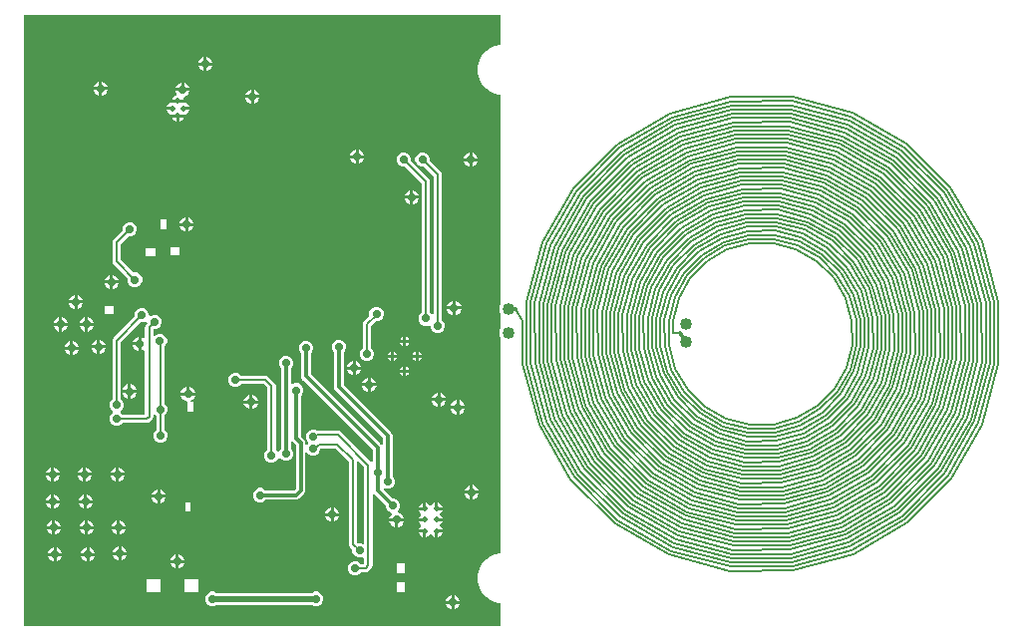
<source format=gbl>
G04*
G04 #@! TF.GenerationSoftware,Altium Limited,Altium Designer,23.7.1 (13)*
G04*
G04 Layer_Physical_Order=4*
G04 Layer_Color=16711680*
%FSLAX25Y25*%
%MOIN*%
G70*
G04*
G04 #@! TF.SameCoordinates,FE150CF2-D92F-4AEA-AE3F-07D5F2836877*
G04*
G04*
G04 #@! TF.FilePolarity,Positive*
G04*
G01*
G75*
%ADD66C,0.01181*%
%ADD67C,0.01181*%
%ADD68C,0.00787*%
%ADD71C,0.00799*%
%ADD72C,0.01400*%
%ADD74C,0.01968*%
%ADD75C,0.01968*%
%ADD76C,0.02756*%
%ADD77C,0.04000*%
G36*
X160843Y195724D02*
X160503D01*
X158903Y195406D01*
X157395Y194782D01*
X156039Y193875D01*
X154885Y192721D01*
X153978Y191365D01*
X153354Y189857D01*
X153035Y188257D01*
Y186625D01*
X153354Y185025D01*
X153978Y183517D01*
X154885Y182161D01*
X156039Y181007D01*
X157395Y180100D01*
X158903Y179476D01*
X160503Y179157D01*
X160843D01*
Y109211D01*
X160523Y108658D01*
X160319Y107895D01*
Y107105D01*
X160523Y106342D01*
X160843Y105789D01*
Y101211D01*
X160523Y100658D01*
X160319Y99895D01*
Y99105D01*
X160523Y98342D01*
X160843Y97789D01*
Y25725D01*
X160503D01*
X158903Y25406D01*
X157395Y24782D01*
X156039Y23875D01*
X154885Y22721D01*
X153978Y21365D01*
X153354Y19857D01*
X153035Y18257D01*
Y16625D01*
X153354Y15025D01*
X153978Y13517D01*
X154885Y12161D01*
X156039Y11007D01*
X157395Y10100D01*
X158903Y9476D01*
X160503Y9157D01*
X160843D01*
Y1606D01*
X1606D01*
Y205875D01*
X160843D01*
Y195724D01*
D02*
G37*
%LPC*%
G36*
X62551Y191733D02*
Y189866D01*
X64418D01*
X64067Y190713D01*
X63398Y191382D01*
X62551Y191733D01*
D02*
G37*
G36*
X61551D02*
X60704Y191382D01*
X60035Y190713D01*
X59684Y189866D01*
X61551D01*
Y191733D01*
D02*
G37*
G36*
X64418Y188866D02*
X62551D01*
Y186999D01*
X63398Y187350D01*
X64067Y188019D01*
X64418Y188866D01*
D02*
G37*
G36*
X61551D02*
X59684D01*
X60035Y188019D01*
X60704Y187350D01*
X61551Y186999D01*
Y188866D01*
D02*
G37*
G36*
X27492Y183631D02*
Y181764D01*
X29359D01*
X29008Y182611D01*
X28339Y183280D01*
X27492Y183631D01*
D02*
G37*
G36*
X26492D02*
X25645Y183280D01*
X24976Y182611D01*
X24625Y181764D01*
X26492D01*
Y183631D01*
D02*
G37*
G36*
X55055Y183197D02*
Y181331D01*
X56922D01*
X56571Y182178D01*
X55902Y182847D01*
X55055Y183197D01*
D02*
G37*
G36*
X54055D02*
X53208Y182847D01*
X52539Y182178D01*
X52188Y181331D01*
X54055D01*
Y183197D01*
D02*
G37*
G36*
X78307Y180890D02*
Y179024D01*
X80174D01*
X79823Y179871D01*
X79154Y180540D01*
X78307Y180890D01*
D02*
G37*
G36*
X77307D02*
X76460Y180540D01*
X75791Y179871D01*
X75440Y179024D01*
X77307D01*
Y180890D01*
D02*
G37*
G36*
X29359Y180764D02*
X27492D01*
Y178897D01*
X28339Y179248D01*
X29008Y179917D01*
X29359Y180764D01*
D02*
G37*
G36*
X26492D02*
X24625D01*
X24976Y179917D01*
X25645Y179248D01*
X26492Y178897D01*
Y180764D01*
D02*
G37*
G36*
X56922Y180331D02*
X52188D01*
X52525Y179519D01*
X52528Y179449D01*
X52364Y178952D01*
X51817Y178726D01*
X51259Y178167D01*
X51000Y177543D01*
X52941D01*
X54882D01*
X54712Y177953D01*
X54991Y178453D01*
X55028D01*
X55902Y178815D01*
X56571Y179484D01*
X56922Y180331D01*
D02*
G37*
G36*
X80174Y178024D02*
X78307D01*
Y176157D01*
X79154Y176508D01*
X79823Y177177D01*
X80174Y178024D01*
D02*
G37*
G36*
X77307D02*
X75440D01*
X75791Y177177D01*
X76460Y176508D01*
X77307Y176157D01*
Y178024D01*
D02*
G37*
G36*
X55361Y176543D02*
X52941D01*
X50521D01*
X49848Y176265D01*
X49290Y175707D01*
X49032Y175083D01*
X50972D01*
Y174083D01*
X49032D01*
X49290Y173459D01*
X49848Y172900D01*
X50521Y172622D01*
X52941D01*
X55361D01*
X56033Y172900D01*
X56592Y173459D01*
X56850Y174083D01*
X54909D01*
Y175083D01*
X56850D01*
X56592Y175707D01*
X56033Y176265D01*
X55361Y176543D01*
D02*
G37*
G36*
X54882Y171622D02*
X53441D01*
Y170181D01*
X54065Y170440D01*
X54623Y170998D01*
X54882Y171622D01*
D02*
G37*
G36*
X52441D02*
X51000D01*
X51259Y170998D01*
X51817Y170440D01*
X52441Y170181D01*
Y171622D01*
D02*
G37*
G36*
X113339Y160764D02*
Y158898D01*
X115205D01*
X114855Y159745D01*
X114186Y160414D01*
X113339Y160764D01*
D02*
G37*
G36*
X112339D02*
X111492Y160414D01*
X110823Y159745D01*
X110472Y158898D01*
X112339D01*
Y160764D01*
D02*
G37*
G36*
X151287Y159847D02*
Y157980D01*
X153154D01*
X152803Y158827D01*
X152134Y159496D01*
X151287Y159847D01*
D02*
G37*
G36*
X150287D02*
X149440Y159496D01*
X148772Y158827D01*
X148421Y157980D01*
X150287D01*
Y159847D01*
D02*
G37*
G36*
X115205Y157898D02*
X113339D01*
Y156031D01*
X114186Y156382D01*
X114855Y157051D01*
X115205Y157898D01*
D02*
G37*
G36*
X112339D02*
X110472D01*
X110823Y157051D01*
X111492Y156382D01*
X112339Y156031D01*
Y157898D01*
D02*
G37*
G36*
X153154Y156980D02*
X151287D01*
Y155113D01*
X152134Y155464D01*
X152803Y156133D01*
X153154Y156980D01*
D02*
G37*
G36*
X150287D02*
X148421D01*
X148772Y156133D01*
X149440Y155464D01*
X150287Y155113D01*
Y156980D01*
D02*
G37*
G36*
X131618Y147249D02*
Y145382D01*
X133485D01*
X133134Y146229D01*
X132465Y146898D01*
X131618Y147249D01*
D02*
G37*
G36*
X130618D02*
X129771Y146898D01*
X129102Y146229D01*
X128751Y145382D01*
X130618D01*
Y147249D01*
D02*
G37*
G36*
X133485Y144382D02*
X131618D01*
Y142515D01*
X132465Y142866D01*
X133134Y143535D01*
X133485Y144382D01*
D02*
G37*
G36*
X130618D02*
X128751D01*
X129102Y143535D01*
X129771Y142866D01*
X130618Y142515D01*
Y144382D01*
D02*
G37*
G36*
X56406Y138194D02*
Y136327D01*
X58272D01*
X57921Y137174D01*
X57253Y137843D01*
X56406Y138194D01*
D02*
G37*
G36*
X55405D02*
X54558Y137843D01*
X53890Y137174D01*
X53539Y136327D01*
X55405D01*
Y138194D01*
D02*
G37*
G36*
X48981Y137427D02*
X47082D01*
Y134227D01*
X48981D01*
Y137427D01*
D02*
G37*
G36*
X58272Y135327D02*
X56406D01*
Y133460D01*
X57253Y133811D01*
X57921Y134480D01*
X58272Y135327D01*
D02*
G37*
G36*
X55405D02*
X53539D01*
X53890Y134480D01*
X54558Y133811D01*
X55405Y133460D01*
Y135327D01*
D02*
G37*
G36*
X53525Y128055D02*
X50325D01*
Y125355D01*
X53525D01*
Y128055D01*
D02*
G37*
G36*
X45328Y127921D02*
X42128D01*
Y125221D01*
X45328D01*
Y127921D01*
D02*
G37*
G36*
X31209Y118902D02*
Y117035D01*
X33075D01*
X32725Y117882D01*
X32056Y118551D01*
X31209Y118902D01*
D02*
G37*
G36*
X30209D02*
X29362Y118551D01*
X28693Y117882D01*
X28342Y117035D01*
X30209D01*
Y118902D01*
D02*
G37*
G36*
X37355Y136614D02*
X36409D01*
X35535Y136252D01*
X34866Y135583D01*
X34504Y134709D01*
Y133868D01*
X31397Y130761D01*
X31089Y130300D01*
X30981Y129756D01*
Y123504D01*
X31089Y122960D01*
X31397Y122499D01*
X36205Y117691D01*
Y116850D01*
X36567Y115976D01*
X37236Y115307D01*
X38110Y114945D01*
X39056D01*
X39930Y115307D01*
X40599Y115976D01*
X40961Y116850D01*
Y117796D01*
X40599Y118670D01*
X39930Y119339D01*
X39056Y119701D01*
X38214D01*
X33823Y124092D01*
Y129167D01*
X36514Y131858D01*
X37355D01*
X38229Y132220D01*
X38898Y132889D01*
X39260Y133763D01*
Y134709D01*
X38898Y135583D01*
X38229Y136252D01*
X37355Y136614D01*
D02*
G37*
G36*
X33075Y116035D02*
X31209D01*
Y114169D01*
X32056Y114520D01*
X32725Y115188D01*
X33075Y116035D01*
D02*
G37*
G36*
X30209D02*
X28342D01*
X28693Y115188D01*
X29362Y114520D01*
X30209Y114169D01*
Y116035D01*
D02*
G37*
G36*
X19398Y112209D02*
Y110343D01*
X21264D01*
X20914Y111189D01*
X20245Y111858D01*
X19398Y112209D01*
D02*
G37*
G36*
X18398D02*
X17551Y111858D01*
X16882Y111189D01*
X16531Y110343D01*
X18398D01*
Y112209D01*
D02*
G37*
G36*
X145776Y110241D02*
Y108374D01*
X147642D01*
X147292Y109221D01*
X146623Y109890D01*
X145776Y110241D01*
D02*
G37*
G36*
X144776D02*
X143929Y109890D01*
X143260Y109221D01*
X142909Y108374D01*
X144776D01*
Y110241D01*
D02*
G37*
G36*
X21264Y109343D02*
X19398D01*
Y107476D01*
X20245Y107827D01*
X20914Y108495D01*
X21264Y109343D01*
D02*
G37*
G36*
X18398D02*
X16531D01*
X16882Y108495D01*
X17551Y107827D01*
X18398Y107476D01*
Y109343D01*
D02*
G37*
G36*
X31521Y108437D02*
X28321D01*
Y105737D01*
X31521D01*
Y108437D01*
D02*
G37*
G36*
X135119Y159858D02*
X134173D01*
X133299Y159496D01*
X132630Y158827D01*
X132268Y157953D01*
Y157007D01*
X132630Y156133D01*
X133299Y155464D01*
X134173Y155102D01*
X135014D01*
X138343Y151774D01*
Y105777D01*
X137843Y105677D01*
X137843Y105678D01*
X137248Y106273D01*
Y150000D01*
X137140Y150544D01*
X136832Y151005D01*
X130724Y157112D01*
Y157953D01*
X130362Y158827D01*
X129693Y159496D01*
X128820Y159858D01*
X127874D01*
X126999Y159496D01*
X126330Y158827D01*
X125969Y157953D01*
Y157007D01*
X126330Y156133D01*
X126999Y155464D01*
X127874Y155102D01*
X128715D01*
X134406Y149411D01*
Y106273D01*
X133811Y105678D01*
X133449Y104804D01*
Y103858D01*
X133811Y102984D01*
X134480Y102315D01*
X135354Y101953D01*
X136300D01*
X136886Y102196D01*
X137386Y101874D01*
Y101496D01*
X137748Y100621D01*
X138417Y99953D01*
X139291Y99590D01*
X140237D01*
X141111Y99953D01*
X141780Y100621D01*
X142142Y101496D01*
Y102442D01*
X141780Y103315D01*
X141185Y103910D01*
Y152362D01*
X141077Y152906D01*
X140769Y153367D01*
X137024Y157112D01*
Y157953D01*
X136662Y158827D01*
X135993Y159496D01*
X135119Y159858D01*
D02*
G37*
G36*
X147642Y107374D02*
X145776D01*
Y105507D01*
X146623Y105858D01*
X147292Y106527D01*
X147642Y107374D01*
D02*
G37*
G36*
X144776D02*
X142909D01*
X143260Y106527D01*
X143929Y105858D01*
X144776Y105507D01*
Y107374D01*
D02*
G37*
G36*
X22941Y104729D02*
Y102862D01*
X24808D01*
X24457Y103709D01*
X23788Y104378D01*
X22941Y104729D01*
D02*
G37*
G36*
X21941D02*
X21094Y104378D01*
X20425Y103709D01*
X20074Y102862D01*
X21941D01*
Y104729D01*
D02*
G37*
G36*
X14279D02*
Y102862D01*
X16146D01*
X15796Y103709D01*
X15126Y104378D01*
X14279Y104729D01*
D02*
G37*
G36*
X13280D02*
X12432Y104378D01*
X11764Y103709D01*
X11413Y102862D01*
X13280D01*
Y104729D01*
D02*
G37*
G36*
X24808Y101862D02*
X22941D01*
Y99995D01*
X23788Y100346D01*
X24457Y101015D01*
X24808Y101862D01*
D02*
G37*
G36*
X21941D02*
X20074D01*
X20425Y101015D01*
X21094Y100346D01*
X21941Y99995D01*
Y101862D01*
D02*
G37*
G36*
X16146D02*
X14279D01*
Y99995D01*
X15126Y100346D01*
X15796Y101015D01*
X16146Y101862D01*
D02*
G37*
G36*
X13280D02*
X11413D01*
X11764Y101015D01*
X12432Y100346D01*
X13280Y99995D01*
Y101862D01*
D02*
G37*
G36*
X129240Y98168D02*
Y97154D01*
X130255D01*
X130089Y97554D01*
X129641Y98002D01*
X129240Y98168D01*
D02*
G37*
G36*
X128240D02*
X127839Y98002D01*
X127392Y97554D01*
X127226Y97154D01*
X128240D01*
Y98168D01*
D02*
G37*
G36*
X26878Y97249D02*
Y95382D01*
X28745D01*
X28394Y96229D01*
X27725Y96898D01*
X26878Y97249D01*
D02*
G37*
G36*
X25878D02*
X25031Y96898D01*
X24362Y96229D01*
X24011Y95382D01*
X25878D01*
Y97249D01*
D02*
G37*
G36*
X130255Y96153D02*
X129240D01*
Y95139D01*
X129641Y95305D01*
X130089Y95753D01*
X130255Y96153D01*
D02*
G37*
G36*
X128240D02*
X127226D01*
X127392Y95753D01*
X127839Y95305D01*
X128240Y95139D01*
Y96153D01*
D02*
G37*
G36*
X17823Y96855D02*
Y94988D01*
X19690D01*
X19339Y95835D01*
X18670Y96504D01*
X17823Y96855D01*
D02*
G37*
G36*
X16823D02*
X15976Y96504D01*
X15307Y95835D01*
X14956Y94988D01*
X16823D01*
Y96855D01*
D02*
G37*
G36*
X28745Y94382D02*
X26878D01*
Y92515D01*
X27725Y92866D01*
X28394Y93535D01*
X28745Y94382D01*
D02*
G37*
G36*
X25878D02*
X24011D01*
X24362Y93535D01*
X25031Y92866D01*
X25878Y92515D01*
Y94382D01*
D02*
G37*
G36*
X133349Y93281D02*
Y92266D01*
X134363D01*
X134197Y92668D01*
X133750Y93115D01*
X133349Y93281D01*
D02*
G37*
G36*
X132349D02*
X131948Y93115D01*
X131500Y92668D01*
X131334Y92266D01*
X132349D01*
Y93281D01*
D02*
G37*
G36*
X125106Y93247D02*
Y92232D01*
X126121D01*
X125955Y92633D01*
X125507Y93081D01*
X125106Y93247D01*
D02*
G37*
G36*
X124106D02*
X123705Y93081D01*
X123258Y92633D01*
X123092Y92232D01*
X124106D01*
Y93247D01*
D02*
G37*
G36*
X19690Y93988D02*
X17823D01*
Y92121D01*
X18670Y92472D01*
X19339Y93141D01*
X19690Y93988D01*
D02*
G37*
G36*
X16823D02*
X14956D01*
X15307Y93141D01*
X15976Y92472D01*
X16823Y92121D01*
Y93988D01*
D02*
G37*
G36*
X134363Y91267D02*
X133349D01*
Y90252D01*
X133750Y90418D01*
X134197Y90865D01*
X134363Y91267D01*
D02*
G37*
G36*
X132349D02*
X131334D01*
X131500Y90865D01*
X131948Y90418D01*
X132349Y90252D01*
Y91267D01*
D02*
G37*
G36*
X126121Y91232D02*
X125106D01*
Y90218D01*
X125507Y90384D01*
X125955Y90831D01*
X126121Y91232D01*
D02*
G37*
G36*
X124106D02*
X123092D01*
X123258Y90831D01*
X123705Y90384D01*
X124106Y90218D01*
Y91232D01*
D02*
G37*
G36*
X119764Y108283D02*
X118818D01*
X117944Y107921D01*
X117275Y107253D01*
X116913Y106378D01*
Y105432D01*
X116998Y105228D01*
X115137Y103367D01*
X114829Y102906D01*
X114721Y102362D01*
Y94462D01*
X114126Y93867D01*
X113764Y92993D01*
Y92047D01*
X114126Y91173D01*
X114795Y90504D01*
X115669Y90142D01*
X116615D01*
X117489Y90504D01*
X118158Y91173D01*
X118520Y92047D01*
Y92993D01*
X118158Y93867D01*
X117563Y94462D01*
Y101774D01*
X119317Y103528D01*
X119764D01*
X120638Y103890D01*
X121307Y104559D01*
X121669Y105432D01*
Y106378D01*
X121307Y107253D01*
X120638Y107921D01*
X119764Y108283D01*
D02*
G37*
G36*
X112311Y90162D02*
Y88295D01*
X114178D01*
X113827Y89142D01*
X113158Y89811D01*
X112311Y90162D01*
D02*
G37*
G36*
X111311D02*
X110464Y89811D01*
X109795Y89142D01*
X109444Y88295D01*
X111311D01*
Y90162D01*
D02*
G37*
G36*
X129240Y88326D02*
Y87311D01*
X130255D01*
X130089Y87712D01*
X129641Y88159D01*
X129240Y88326D01*
D02*
G37*
G36*
X128240D02*
X127839Y88159D01*
X127392Y87712D01*
X127226Y87311D01*
X128240D01*
Y88326D01*
D02*
G37*
G36*
X114178Y87295D02*
X112311D01*
Y85429D01*
X113158Y85779D01*
X113827Y86448D01*
X114178Y87295D01*
D02*
G37*
G36*
X111311D02*
X109444D01*
X109795Y86448D01*
X110464Y85779D01*
X111311Y85429D01*
Y87295D01*
D02*
G37*
G36*
X130255Y86311D02*
X129240D01*
Y85296D01*
X129641Y85463D01*
X130089Y85910D01*
X130255Y86311D01*
D02*
G37*
G36*
X128240D02*
X127226D01*
X127392Y85910D01*
X127839Y85463D01*
X128240Y85296D01*
Y86311D01*
D02*
G37*
G36*
X117429Y84650D02*
Y82784D01*
X119296D01*
X118945Y83631D01*
X118276Y84299D01*
X117429Y84650D01*
D02*
G37*
G36*
X116429D02*
X115582Y84299D01*
X114913Y83631D01*
X114562Y82784D01*
X116429D01*
Y84650D01*
D02*
G37*
G36*
X119296Y81783D02*
X117429D01*
Y79917D01*
X118276Y80268D01*
X118945Y80936D01*
X119296Y81783D01*
D02*
G37*
G36*
X116429D02*
X114562D01*
X114913Y80936D01*
X115582Y80268D01*
X116429Y79917D01*
Y81783D01*
D02*
G37*
G36*
X56799Y81501D02*
Y79634D01*
X58666D01*
X58315Y80481D01*
X57646Y81150D01*
X56799Y81501D01*
D02*
G37*
G36*
X55799D02*
X54952Y81150D01*
X54283Y80481D01*
X53932Y79634D01*
X55799D01*
Y81501D01*
D02*
G37*
G36*
X140657Y79532D02*
Y77665D01*
X142524D01*
X142173Y78512D01*
X141505Y79181D01*
X140657Y79532D01*
D02*
G37*
G36*
X139657D02*
X138811Y79181D01*
X138142Y78512D01*
X137791Y77665D01*
X139657D01*
Y79532D01*
D02*
G37*
G36*
X77819Y78745D02*
Y76878D01*
X79686D01*
X79335Y77725D01*
X78666Y78394D01*
X77819Y78745D01*
D02*
G37*
G36*
X76819D02*
X75972Y78394D01*
X75303Y77725D01*
X74952Y76878D01*
X76819D01*
Y78745D01*
D02*
G37*
G36*
X147039Y77016D02*
Y75150D01*
X148906D01*
X148555Y75997D01*
X147886Y76666D01*
X147039Y77016D01*
D02*
G37*
G36*
X146039D02*
X145192Y76666D01*
X144523Y75997D01*
X144173Y75150D01*
X146039D01*
Y77016D01*
D02*
G37*
G36*
X142524Y76665D02*
X140657D01*
Y74799D01*
X141505Y75149D01*
X142173Y75818D01*
X142524Y76665D01*
D02*
G37*
G36*
X139657D02*
X137791D01*
X138142Y75818D01*
X138811Y75149D01*
X139657Y74799D01*
Y76665D01*
D02*
G37*
G36*
X79686Y75878D02*
X77819D01*
Y74011D01*
X78666Y74362D01*
X79335Y75031D01*
X79686Y75878D01*
D02*
G37*
G36*
X76819D02*
X74952D01*
X75303Y75031D01*
X75972Y74362D01*
X76819Y74011D01*
Y75878D01*
D02*
G37*
G36*
X58666Y78634D02*
X53932D01*
X54283Y77787D01*
X54952Y77118D01*
X55826Y76756D01*
X56137Y76403D01*
X56137Y76256D01*
Y73203D01*
X58037D01*
Y76403D01*
X57227D01*
X57128Y76903D01*
X57646Y77118D01*
X58315Y77787D01*
X58666Y78634D01*
D02*
G37*
G36*
X148906Y74150D02*
X147039D01*
Y72283D01*
X147886Y72634D01*
X148555Y73303D01*
X148906Y74150D01*
D02*
G37*
G36*
X146039D02*
X144173D01*
X144523Y73303D01*
X145192Y72634D01*
X146039Y72283D01*
Y74150D01*
D02*
G37*
G36*
X41351Y107776D02*
X40405D01*
X39531Y107414D01*
X38862Y106745D01*
X38500Y105871D01*
Y105029D01*
X31369Y97899D01*
X31061Y97438D01*
X30953Y96894D01*
Y77351D01*
X30358Y76756D01*
X29996Y75882D01*
Y74936D01*
X30358Y74063D01*
X31027Y73393D01*
X31200Y73322D01*
Y72822D01*
X31145Y72799D01*
X30476Y72131D01*
X30114Y71257D01*
Y70310D01*
X30476Y69437D01*
X31145Y68767D01*
X32019Y68405D01*
X32965D01*
X33839Y68767D01*
X34434Y69362D01*
X42587D01*
X43130Y69471D01*
X43591Y69779D01*
X44296Y70483D01*
X44604Y70944D01*
X44712Y71488D01*
Y72240D01*
X45212Y72429D01*
X45737Y71904D01*
Y67178D01*
X45204Y66646D01*
X44842Y65772D01*
Y64826D01*
X45204Y63952D01*
X45873Y63283D01*
X46747Y62921D01*
X47693D01*
X48568Y63283D01*
X49236Y63952D01*
X49598Y64826D01*
Y65772D01*
X49236Y66646D01*
X48579Y67304D01*
Y72031D01*
X49110Y72562D01*
X49472Y73436D01*
Y74382D01*
X49110Y75256D01*
X48441Y75925D01*
X48425Y75932D01*
Y95082D01*
X48929Y95586D01*
X49291Y96460D01*
Y97406D01*
X48929Y98280D01*
X48260Y98949D01*
X47386Y99311D01*
X46440D01*
X45566Y98949D01*
X45212Y98595D01*
X44712Y98802D01*
Y100813D01*
X44781Y100882D01*
X45623D01*
X46497Y101244D01*
X47166Y101913D01*
X47528Y102787D01*
Y103733D01*
X47166Y104607D01*
X46497Y105276D01*
X45623Y105638D01*
X44677D01*
X43803Y105276D01*
X43756Y105229D01*
X43256Y105436D01*
Y105871D01*
X42894Y106745D01*
X42225Y107414D01*
X41351Y107776D01*
D02*
G37*
G36*
X107166Y97260D02*
X106220D01*
X105346Y96898D01*
X104677Y96229D01*
X104315Y95355D01*
Y94409D01*
X104677Y93535D01*
X105071Y93141D01*
Y81429D01*
X105195Y80809D01*
X105546Y80282D01*
X121382Y64446D01*
Y62247D01*
X120882Y62095D01*
X120832Y62170D01*
X97291Y85711D01*
Y92747D01*
X97685Y93141D01*
X98047Y94015D01*
Y94961D01*
X97685Y95835D01*
X97016Y96504D01*
X96142Y96866D01*
X95196D01*
X94322Y96504D01*
X93653Y95835D01*
X93291Y94961D01*
Y94015D01*
X93653Y93141D01*
X94048Y92747D01*
Y85039D01*
X94171Y84419D01*
X94523Y83893D01*
X118063Y60352D01*
Y56529D01*
X117683Y56372D01*
X117563Y56363D01*
X107490Y66436D01*
X107029Y66744D01*
X106486Y66852D01*
X99419D01*
X98682Y67158D01*
X97736D01*
X96862Y66795D01*
X96193Y66127D01*
X95831Y65253D01*
Y64306D01*
X96193Y63433D01*
X96411Y63214D01*
X96411Y62576D01*
X96034Y62211D01*
X96023Y62211D01*
X95610Y62330D01*
Y62694D01*
X95486Y63315D01*
X95135Y63841D01*
X94141Y64835D01*
Y78574D01*
X94536Y78968D01*
X94898Y79842D01*
Y80788D01*
X94536Y81662D01*
X93867Y82331D01*
X92993Y82693D01*
X92047D01*
X91173Y82331D01*
X91103Y82262D01*
X90641Y82453D01*
Y87641D01*
X91083Y88082D01*
X91445Y88956D01*
Y89902D01*
X91083Y90776D01*
X90414Y91445D01*
X89540Y91807D01*
X88594D01*
X87720Y91445D01*
X87051Y90776D01*
X86689Y89902D01*
Y88956D01*
X87051Y88082D01*
X87398Y87735D01*
Y60891D01*
X86957Y60449D01*
X86744Y59937D01*
X86605Y59882D01*
X86172Y59861D01*
X85685Y60347D01*
Y81894D01*
X85577Y82437D01*
X85269Y82898D01*
X83253Y84914D01*
X82792Y85222D01*
X82248Y85330D01*
X74095D01*
X73501Y85925D01*
X72627Y86287D01*
X71680D01*
X70806Y85925D01*
X70138Y85256D01*
X69776Y84382D01*
Y83437D01*
X70138Y82563D01*
X70806Y81893D01*
X71680Y81532D01*
X72627D01*
X73501Y81893D01*
X74095Y82489D01*
X81659D01*
X82843Y81305D01*
Y60347D01*
X82248Y59753D01*
X81886Y58878D01*
Y57933D01*
X82248Y57059D01*
X82917Y56390D01*
X83791Y56028D01*
X84737D01*
X85611Y56390D01*
X86280Y57059D01*
X86492Y57571D01*
X86631Y57626D01*
X87065Y57647D01*
X87625Y57086D01*
X88499Y56724D01*
X89445D01*
X90319Y57086D01*
X90988Y57755D01*
X91350Y58629D01*
Y59575D01*
X90988Y60449D01*
X90641Y60796D01*
Y63211D01*
X91141Y63363D01*
X91373Y63016D01*
X92366Y62023D01*
Y47640D01*
X91647Y46921D01*
X82131D01*
X81737Y47315D01*
X80863Y47677D01*
X79917D01*
X79043Y47315D01*
X78374Y46646D01*
X78012Y45772D01*
Y44826D01*
X78374Y43952D01*
X79043Y43283D01*
X79917Y42921D01*
X80863D01*
X81737Y43283D01*
X82131Y43677D01*
X92319D01*
X92940Y43801D01*
X93466Y44153D01*
X95135Y45822D01*
X95486Y46348D01*
X95610Y46968D01*
Y59358D01*
X96023Y59476D01*
X96110Y59480D01*
X96763Y58828D01*
X97636Y58466D01*
X98583D01*
X99457Y58828D01*
X100125Y59497D01*
X100487Y60371D01*
Y60679D01*
X100666Y60859D01*
X105636D01*
X110016Y56478D01*
Y28988D01*
X110124Y28444D01*
X110432Y27983D01*
X111256Y27160D01*
Y26318D01*
X111618Y25444D01*
X112287Y24775D01*
X113161Y24413D01*
X114107D01*
X114666Y24645D01*
X115166Y24311D01*
Y22417D01*
X115035Y22287D01*
X114147D01*
X113552Y22882D01*
X112678Y23244D01*
X111732D01*
X110858Y22882D01*
X110189Y22213D01*
X109827Y21339D01*
Y20393D01*
X110189Y19519D01*
X110858Y18850D01*
X111732Y18488D01*
X112678D01*
X113552Y18850D01*
X114147Y19445D01*
X115624D01*
X116168Y19553D01*
X116629Y19861D01*
X117591Y20824D01*
X117899Y21285D01*
X118008Y21829D01*
Y45598D01*
X118508Y45750D01*
X118538Y45704D01*
X122425Y41817D01*
Y41259D01*
X122787Y40385D01*
X123456Y39716D01*
X124281Y39375D01*
X124387Y39147D01*
X124468Y38854D01*
X123968Y38355D01*
X123617Y37508D01*
X128351D01*
X128000Y38355D01*
X127331Y39024D01*
X126506Y39366D01*
X126400Y39593D01*
X126320Y39886D01*
X126819Y40385D01*
X127181Y41259D01*
Y42205D01*
X126819Y43079D01*
X126150Y43748D01*
X125276Y44110D01*
X124719D01*
X121600Y47228D01*
X121884Y47652D01*
X122527Y47386D01*
X123473D01*
X124347Y47748D01*
X125016Y48417D01*
X125378Y49291D01*
Y50237D01*
X125016Y51111D01*
X124626Y51501D01*
Y65118D01*
X124502Y65739D01*
X124151Y66265D01*
X108315Y82101D01*
Y93141D01*
X108709Y93535D01*
X109071Y94409D01*
Y95355D01*
X108709Y96229D01*
X108040Y96898D01*
X107166Y97260D01*
D02*
G37*
G36*
X33177Y54569D02*
Y52702D01*
X35044D01*
X34693Y53549D01*
X34024Y54218D01*
X33177Y54569D01*
D02*
G37*
G36*
X32177D02*
X31330Y54218D01*
X30661Y53549D01*
X30310Y52702D01*
X32177D01*
Y54569D01*
D02*
G37*
G36*
X22153D02*
Y52702D01*
X24020D01*
X23670Y53549D01*
X23000Y54218D01*
X22153Y54569D01*
D02*
G37*
G36*
X21154D02*
X20306Y54218D01*
X19638Y53549D01*
X19287Y52702D01*
X21154D01*
Y54569D01*
D02*
G37*
G36*
X11524D02*
Y52702D01*
X13390D01*
X13039Y53549D01*
X12371Y54218D01*
X11524Y54569D01*
D02*
G37*
G36*
X10524D02*
X9677Y54218D01*
X9008Y53549D01*
X8657Y52702D01*
X10524D01*
Y54569D01*
D02*
G37*
G36*
X35044Y51702D02*
X33177D01*
Y49835D01*
X34024Y50186D01*
X34693Y50855D01*
X35044Y51702D01*
D02*
G37*
G36*
X32177D02*
X30310D01*
X30661Y50855D01*
X31330Y50186D01*
X32177Y49835D01*
Y51702D01*
D02*
G37*
G36*
X24020D02*
X22153D01*
Y49835D01*
X23000Y50186D01*
X23670Y50855D01*
X24020Y51702D01*
D02*
G37*
G36*
X21154D02*
X19287D01*
X19638Y50855D01*
X20306Y50186D01*
X21154Y49835D01*
Y51702D01*
D02*
G37*
G36*
X13390D02*
X11524D01*
Y49835D01*
X12371Y50186D01*
X13039Y50855D01*
X13390Y51702D01*
D02*
G37*
G36*
X10524D02*
X8657D01*
X9008Y50855D01*
X9677Y50186D01*
X10524Y49835D01*
Y51702D01*
D02*
G37*
G36*
X151610Y48670D02*
Y46803D01*
X153477D01*
X153126Y47650D01*
X152457Y48319D01*
X151610Y48670D01*
D02*
G37*
G36*
X150610D02*
X149763Y48319D01*
X149094Y47650D01*
X148743Y46803D01*
X150610D01*
Y48670D01*
D02*
G37*
G36*
X46957Y47249D02*
Y45382D01*
X48823D01*
X48473Y46229D01*
X47804Y46898D01*
X46957Y47249D01*
D02*
G37*
G36*
X45957D02*
X45110Y46898D01*
X44441Y46229D01*
X44090Y45382D01*
X45957D01*
Y47249D01*
D02*
G37*
G36*
X153477Y45803D02*
X151610D01*
Y43936D01*
X152457Y44287D01*
X153126Y44956D01*
X153477Y45803D01*
D02*
G37*
G36*
X150610D02*
X148743D01*
X149094Y44956D01*
X149763Y44287D01*
X150610Y43936D01*
Y45803D01*
D02*
G37*
G36*
X22547Y45514D02*
Y43647D01*
X24414D01*
X24063Y44494D01*
X23394Y45163D01*
X22547Y45514D01*
D02*
G37*
G36*
X21547D02*
X20700Y45163D01*
X20031Y44494D01*
X19681Y43647D01*
X21547D01*
Y45514D01*
D02*
G37*
G36*
X11524D02*
Y43647D01*
X13390D01*
X13039Y44494D01*
X12371Y45163D01*
X11524Y45514D01*
D02*
G37*
G36*
X10524D02*
X9677Y45163D01*
X9008Y44494D01*
X8657Y43647D01*
X10524D01*
Y45514D01*
D02*
G37*
G36*
X48823Y44382D02*
X46957D01*
Y42515D01*
X47804Y42866D01*
X48473Y43535D01*
X48823Y44382D01*
D02*
G37*
G36*
X45957D02*
X44090D01*
X44441Y43535D01*
X45110Y42866D01*
X45957Y42515D01*
Y44382D01*
D02*
G37*
G36*
X138870Y42689D02*
X138246Y42430D01*
X137688Y41872D01*
X137652Y41784D01*
X137152D01*
X137115Y41872D01*
X136557Y42430D01*
X135933Y42689D01*
Y40748D01*
X135433D01*
Y40248D01*
X133492D01*
X133751Y39624D01*
X134192Y39183D01*
X134265Y38878D01*
X134192Y38573D01*
X133751Y38132D01*
X133492Y37508D01*
X135433D01*
Y36508D01*
X133492D01*
X133751Y35884D01*
X134192Y35443D01*
X134265Y35138D01*
X134192Y34833D01*
X133751Y34392D01*
X133492Y33768D01*
X135433D01*
Y33268D01*
X135933D01*
Y31327D01*
X136557Y31586D01*
X137115Y32144D01*
X137152Y32232D01*
X137652D01*
X137688Y32144D01*
X138246Y31586D01*
X138870Y31327D01*
Y33268D01*
X139370D01*
Y33768D01*
X141311D01*
X141052Y34392D01*
X140611Y34833D01*
X140539Y35138D01*
X140611Y35443D01*
X141052Y35884D01*
X141311Y36508D01*
X139370D01*
Y37508D01*
X141311D01*
X141052Y38132D01*
X140611Y38573D01*
X140539Y38878D01*
X140611Y39183D01*
X141052Y39624D01*
X141311Y40248D01*
X139370D01*
Y40748D01*
X138870D01*
Y42689D01*
D02*
G37*
G36*
X139870D02*
Y41248D01*
X141311D01*
X141052Y41872D01*
X140494Y42430D01*
X139870Y42689D01*
D02*
G37*
G36*
X134933D02*
X134309Y42430D01*
X133751Y41872D01*
X133492Y41248D01*
X134933D01*
Y42689D01*
D02*
G37*
G36*
X24414Y42647D02*
X22547D01*
Y40780D01*
X23394Y41131D01*
X24063Y41800D01*
X24414Y42647D01*
D02*
G37*
G36*
X21547D02*
X19681D01*
X20031Y41800D01*
X20700Y41131D01*
X21547Y40780D01*
Y42647D01*
D02*
G37*
G36*
X13390D02*
X11524D01*
Y40780D01*
X12371Y41131D01*
X13039Y41800D01*
X13390Y42647D01*
D02*
G37*
G36*
X10524D02*
X8657D01*
X9008Y41800D01*
X9677Y41131D01*
X10524Y40780D01*
Y42647D01*
D02*
G37*
G36*
X57249Y42939D02*
X55349D01*
Y39739D01*
X57249D01*
Y42939D01*
D02*
G37*
G36*
X104996Y41119D02*
Y39252D01*
X106863D01*
X106512Y40099D01*
X105843Y40768D01*
X104996Y41119D01*
D02*
G37*
G36*
X103996D02*
X103149Y40768D01*
X102480Y40099D01*
X102129Y39252D01*
X103996D01*
Y41119D01*
D02*
G37*
G36*
X106863Y38252D02*
X104996D01*
Y36385D01*
X105843Y36736D01*
X106512Y37405D01*
X106863Y38252D01*
D02*
G37*
G36*
X103996D02*
X102129D01*
X102480Y37405D01*
X103149Y36736D01*
X103996Y36385D01*
Y38252D01*
D02*
G37*
G36*
X33571Y36852D02*
Y34986D01*
X35438D01*
X35087Y35833D01*
X34418Y36502D01*
X33571Y36852D01*
D02*
G37*
G36*
X32571D02*
X31724Y36502D01*
X31055Y35833D01*
X30704Y34986D01*
X32571D01*
Y36852D01*
D02*
G37*
G36*
X22941D02*
Y34986D01*
X24808D01*
X24457Y35833D01*
X23788Y36502D01*
X22941Y36852D01*
D02*
G37*
G36*
X21941D02*
X21094Y36502D01*
X20425Y35833D01*
X20074Y34986D01*
X21941D01*
Y36852D01*
D02*
G37*
G36*
X11917D02*
Y34986D01*
X13784D01*
X13433Y35833D01*
X12764Y36502D01*
X11917Y36852D01*
D02*
G37*
G36*
X10917D02*
X10070Y36502D01*
X9401Y35833D01*
X9050Y34986D01*
X10917D01*
Y36852D01*
D02*
G37*
G36*
X128351Y36508D02*
X126484D01*
Y34641D01*
X127331Y34992D01*
X128000Y35661D01*
X128351Y36508D01*
D02*
G37*
G36*
X125484D02*
X123617D01*
X123968Y35661D01*
X124637Y34992D01*
X125484Y34641D01*
Y36508D01*
D02*
G37*
G36*
X35438Y33986D02*
X33571D01*
Y32119D01*
X34418Y32470D01*
X35087Y33138D01*
X35438Y33986D01*
D02*
G37*
G36*
X32571D02*
X30704D01*
X31055Y33138D01*
X31724Y32470D01*
X32571Y32119D01*
Y33986D01*
D02*
G37*
G36*
X24808D02*
X22941D01*
Y32119D01*
X23788Y32470D01*
X24457Y33138D01*
X24808Y33986D01*
D02*
G37*
G36*
X21941D02*
X20074D01*
X20425Y33138D01*
X21094Y32470D01*
X21941Y32119D01*
Y33986D01*
D02*
G37*
G36*
X13784D02*
X11917D01*
Y32119D01*
X12764Y32470D01*
X13433Y33138D01*
X13784Y33986D01*
D02*
G37*
G36*
X10917D02*
X9050D01*
X9401Y33138D01*
X10070Y32470D01*
X10917Y32119D01*
Y33986D01*
D02*
G37*
G36*
X141311Y32768D02*
X139870D01*
Y31327D01*
X140494Y31586D01*
X141052Y32144D01*
X141311Y32768D01*
D02*
G37*
G36*
X134933D02*
X133492D01*
X133751Y32144D01*
X134309Y31586D01*
X134933Y31327D01*
Y32768D01*
D02*
G37*
G36*
X33965Y28191D02*
Y26324D01*
X35831D01*
X35480Y27171D01*
X34812Y27840D01*
X33965Y28191D01*
D02*
G37*
G36*
X32965D02*
X32118Y27840D01*
X31449Y27171D01*
X31098Y26324D01*
X32965D01*
Y28191D01*
D02*
G37*
G36*
X23335Y27797D02*
Y25930D01*
X25201D01*
X24851Y26777D01*
X24182Y27446D01*
X23335Y27797D01*
D02*
G37*
G36*
X22335D02*
X21488Y27446D01*
X20819Y26777D01*
X20468Y25930D01*
X22335D01*
Y27797D01*
D02*
G37*
G36*
X12311D02*
Y25930D01*
X14178D01*
X13827Y26777D01*
X13158Y27446D01*
X12311Y27797D01*
D02*
G37*
G36*
X11311D02*
X10464Y27446D01*
X9795Y26777D01*
X9444Y25930D01*
X11311D01*
Y27797D01*
D02*
G37*
G36*
X53256Y25398D02*
Y23531D01*
X55123D01*
X54772Y24378D01*
X54103Y25047D01*
X53256Y25398D01*
D02*
G37*
G36*
X52256D02*
X51409Y25047D01*
X50740Y24378D01*
X50389Y23531D01*
X52256D01*
Y25398D01*
D02*
G37*
G36*
X35831Y25324D02*
X33965D01*
Y23457D01*
X34812Y23808D01*
X35480Y24477D01*
X35831Y25324D01*
D02*
G37*
G36*
X32965D02*
X31098D01*
X31449Y24477D01*
X32118Y23808D01*
X32965Y23457D01*
Y25324D01*
D02*
G37*
G36*
X25201Y24930D02*
X23335D01*
Y23064D01*
X24182Y23415D01*
X24851Y24083D01*
X25201Y24930D01*
D02*
G37*
G36*
X22335D02*
X20468D01*
X20819Y24083D01*
X21488Y23415D01*
X22335Y23064D01*
Y24930D01*
D02*
G37*
G36*
X14178D02*
X12311D01*
Y23064D01*
X13158Y23415D01*
X13827Y24083D01*
X14178Y24930D01*
D02*
G37*
G36*
X11311D02*
X9444D01*
X9795Y24083D01*
X10464Y23415D01*
X11311Y23064D01*
Y24930D01*
D02*
G37*
G36*
X55123Y22532D02*
X53256D01*
Y20665D01*
X54103Y21016D01*
X54772Y21685D01*
X55123Y22532D01*
D02*
G37*
G36*
X52256D02*
X50389D01*
X50740Y21685D01*
X51409Y21016D01*
X52256Y20665D01*
Y22532D01*
D02*
G37*
G36*
X128909Y22466D02*
X126209D01*
Y19266D01*
X128909D01*
Y22466D01*
D02*
G37*
G36*
Y16167D02*
X126209D01*
Y12967D01*
X128909D01*
Y16167D01*
D02*
G37*
G36*
X59839Y17123D02*
X55121D01*
Y12798D01*
X59839D01*
Y17123D01*
D02*
G37*
G36*
X47241D02*
X42523D01*
Y12798D01*
X47241D01*
Y17123D01*
D02*
G37*
G36*
X99686Y13008D02*
X98740D01*
X97883Y12653D01*
X65897D01*
X65040Y13008D01*
X64094D01*
X63220Y12646D01*
X62551Y11977D01*
X62189Y11103D01*
Y10157D01*
X62551Y9283D01*
X63220Y8614D01*
X64094Y8252D01*
X65040D01*
X65897Y8607D01*
X97883D01*
X98740Y8252D01*
X99686D01*
X100560Y8614D01*
X101228Y9283D01*
X101591Y10157D01*
Y11103D01*
X101228Y11977D01*
X100560Y12646D01*
X99686Y13008D01*
D02*
G37*
G36*
X145382Y11816D02*
Y9949D01*
X147249D01*
X146898Y10796D01*
X146229Y11465D01*
X145382Y11816D01*
D02*
G37*
G36*
X144382D02*
X143535Y11465D01*
X142866Y10796D01*
X142515Y9949D01*
X144382D01*
Y11816D01*
D02*
G37*
G36*
X147249Y8949D02*
X145382D01*
Y7082D01*
X146229Y7433D01*
X146898Y8102D01*
X147249Y8949D01*
D02*
G37*
G36*
X144382D02*
X142515D01*
X142866Y8102D01*
X143535Y7433D01*
X144382Y7082D01*
Y8949D01*
D02*
G37*
%LPD*%
G36*
X42495Y103143D02*
X42601Y103050D01*
X42639Y102759D01*
X42287Y102406D01*
X41978Y101945D01*
X41870Y101402D01*
Y98260D01*
X41370Y97982D01*
X40736Y98245D01*
Y95878D01*
Y93511D01*
X41370Y93774D01*
X41870Y93496D01*
Y72205D01*
X34434D01*
X33839Y72799D01*
X33666Y72871D01*
Y73371D01*
X33721Y73393D01*
X34390Y74063D01*
X34752Y74936D01*
Y75882D01*
X34390Y76756D01*
X33795Y77351D01*
Y96305D01*
X40510Y103020D01*
X41351D01*
X42094Y103327D01*
X42495Y103143D01*
D02*
G37*
%LPC*%
G36*
X39736Y98245D02*
X38889Y97894D01*
X38220Y97225D01*
X37870Y96378D01*
X39736D01*
Y98245D01*
D02*
G37*
G36*
Y95378D02*
X37870D01*
X38220Y94531D01*
X38889Y93862D01*
X39736Y93511D01*
Y95378D01*
D02*
G37*
G36*
X37240Y82363D02*
Y80496D01*
X39107D01*
X38756Y81343D01*
X38087Y82012D01*
X37240Y82363D01*
D02*
G37*
G36*
X36240D02*
X35393Y82012D01*
X34724Y81343D01*
X34373Y80496D01*
X36240D01*
Y82363D01*
D02*
G37*
G36*
X39107Y79496D02*
X37240D01*
Y77629D01*
X38087Y77980D01*
X38756Y78649D01*
X39107Y79496D01*
D02*
G37*
G36*
X36240D02*
X34373D01*
X34724Y78649D01*
X35393Y77980D01*
X36240Y77629D01*
Y79496D01*
D02*
G37*
%LPD*%
G36*
X115166Y54742D02*
Y29272D01*
X114666Y28938D01*
X114107Y29169D01*
X113266D01*
X112858Y29577D01*
Y56396D01*
X113320Y56587D01*
X115166Y54742D01*
D02*
G37*
D66*
X132849Y91767D02*
D03*
X124606Y91732D02*
D03*
X128740Y86811D02*
D03*
Y96653D02*
D03*
D67*
X119685Y52870D02*
Y61024D01*
Y46850D02*
Y52870D01*
Y46850D02*
X124803Y41732D01*
X95669Y85039D02*
Y94488D01*
Y85039D02*
X119685Y61024D01*
X92520Y64163D02*
Y80315D01*
Y64163D02*
X93988Y62694D01*
X92319Y45299D02*
X93988Y46968D01*
Y62694D01*
X123004Y49768D02*
Y65118D01*
X106693Y81429D02*
Y94882D01*
Y81429D02*
X123004Y65118D01*
X80390Y45299D02*
X92319D01*
X123000Y49764D02*
X123004Y49768D01*
X88972Y59102D02*
X89020Y59150D01*
Y89382D01*
X89067Y89429D01*
D68*
X139764Y101969D02*
Y152362D01*
X134646Y157480D02*
X139764Y152362D01*
X135827Y104331D02*
Y150000D01*
X128347Y157480D02*
X135827Y150000D01*
X116142Y102362D02*
X119291Y105512D01*
Y105905D01*
X106486Y65431D02*
X116587Y55330D01*
X112205Y20866D02*
X115624D01*
X116587Y21829D02*
Y55330D01*
X115624Y20866D02*
X116587Y21829D01*
X111437Y28988D02*
Y57067D01*
X99393Y65431D02*
X106486D01*
X100078Y62279D02*
X106224D01*
X111437Y57067D01*
X98209Y64780D02*
X98741D01*
X99393Y65431D01*
X116142Y92520D02*
Y102362D01*
Y92520D02*
X116206Y92584D01*
X47095Y73909D02*
X47157Y73847D01*
Y65362D02*
Y73847D01*
Y65362D02*
X47221Y65299D01*
X47004Y74000D02*
Y96842D01*
X32402Y129756D02*
X36882Y134236D01*
X32402Y123504D02*
X38583Y117323D01*
X32402Y123504D02*
Y129756D01*
X32374Y96894D02*
X40878Y105398D01*
X32374Y75410D02*
Y96894D01*
X42587Y70784D02*
X43291Y71488D01*
X32492Y70784D02*
X42587D01*
X43291Y71488D02*
Y101402D01*
X45150Y103260D01*
X47004Y74000D02*
X47095Y73909D01*
X46913Y96933D02*
X47004Y96842D01*
X72154Y83909D02*
X82248D01*
X84264Y58406D02*
Y81894D01*
X82248Y83909D02*
X84264Y81894D01*
X98110Y60844D02*
X98642D01*
X100078Y62279D01*
X111437Y28988D02*
X113634Y26791D01*
D71*
X165685Y107547D02*
X168085Y103547D01*
Y99547D02*
Y103547D01*
X218435Y99547D02*
X220681D01*
X218377Y103448D02*
X218435Y99547D01*
X218377Y103448D02*
X220342Y111007D01*
X224204Y117813D01*
X229707Y123398D01*
X236481Y127376D01*
X244069Y129469D01*
X251956Y129528D01*
X259603Y127539D01*
X266489Y123631D01*
X272139Y118063D01*
X276164Y111209D01*
X278281Y103532D01*
X278339Y95554D01*
X276326Y87817D02*
X278339Y95554D01*
X272372Y80852D02*
X276326Y87817D01*
X266739Y75137D02*
X272372Y80852D01*
X259806Y71066D02*
X266739Y75137D01*
X252040Y68925D02*
X259806Y71066D01*
X243970Y68867D02*
X252040Y68925D01*
X236144Y70904D02*
X243970Y68867D01*
X229100Y74904D02*
X236144Y70904D01*
X223319Y80602D02*
X229100Y74904D01*
X219203Y87615D02*
X223319Y80602D01*
X217038Y95469D02*
X219203Y87615D01*
X216980Y103632D02*
X217038Y95469D01*
X216980Y103632D02*
X219040Y111546D01*
X223086Y118670D01*
X228849Y124516D01*
X235942Y128678D01*
X243885Y130866D01*
X252140Y130925D01*
X260143Y128840D01*
X267347Y124749D01*
X273257Y118920D01*
X277465Y111748D01*
X279678Y103716D01*
X279736Y95370D01*
X277628Y87278D02*
X279736Y95370D01*
X273490Y79994D02*
X277628Y87278D01*
X267597Y74019D02*
X273490Y79994D01*
X260345Y69765D02*
X267597Y74019D01*
X252224Y67528D02*
X260345Y69765D01*
X243786Y67470D02*
X252224Y67528D01*
X235605Y69602D02*
X243786Y67470D01*
X228242Y73786D02*
X235605Y69602D01*
X222201Y79744D02*
X228242Y73786D01*
X217901Y87076D02*
X222201Y79744D01*
X215641Y95285D02*
X217901Y87076D01*
X215583Y103816D02*
X215641Y95285D01*
X215583Y103816D02*
X217739Y112085D01*
X221969Y119528D01*
X227992Y125633D01*
X235403Y129980D01*
X243702Y132263D01*
X252324Y132322D01*
X260682Y130142D01*
X268204Y125866D01*
X274375Y119778D01*
X278767Y112287D01*
X281075Y103900D01*
X281133Y95186D01*
X278930Y86739D02*
X281133Y95186D01*
X274608Y79136D02*
X278930Y86739D01*
X268455Y72901D02*
X274608Y79136D01*
X260884Y68463D02*
X268455Y72901D01*
X252408Y66131D02*
X260884Y68463D01*
X243602Y66073D02*
X252408Y66131D01*
X235066Y68300D02*
X243602Y66073D01*
X227384Y72668D02*
X235066Y68300D01*
X221084Y78886D02*
X227384Y72668D01*
X216599Y86537D02*
X221084Y78886D01*
X214244Y95101D02*
X216599Y86537D01*
X214186Y103999D02*
X214244Y95101D01*
X214186Y103999D02*
X216437Y112624D01*
X220851Y120386D01*
X227134Y126751D01*
X234864Y131281D01*
X243518Y133660D01*
X252508Y133719D01*
X261221Y131444D01*
X269062Y126984D01*
X275493Y120636D01*
X280069Y112826D01*
X282472Y104084D01*
X282530Y95002D01*
X280232Y86199D02*
X282530Y95002D01*
X275726Y78279D02*
X280232Y86199D01*
X269313Y71783D02*
X275726Y78279D01*
X261423Y67161D02*
X269313Y71783D01*
X252592Y64734D02*
X261423Y67161D01*
X243418Y64676D02*
X252592Y64734D01*
X234527Y66998D02*
X243418Y64676D01*
X226526Y71550D02*
X234527Y66998D01*
X219966Y78029D02*
X226526Y71550D01*
X215298Y85997D02*
X219966Y78029D01*
X212847Y94918D02*
X215298Y85997D01*
X212789Y104183D02*
X212847Y94918D01*
X212789Y104183D02*
X215135Y113163D01*
X219733Y121244D01*
X226276Y127869D01*
X234325Y132583D01*
X243334Y135057D01*
X252692Y135116D01*
X261760Y132746D01*
X269920Y128102D01*
X276611Y121494D01*
X281371Y113366D01*
X283869Y104268D01*
X283927Y94818D01*
X281533Y85660D02*
X283927Y94818D01*
X276844Y77421D02*
X281533Y85660D01*
X270170Y70665D02*
X276844Y77421D01*
X261963Y65859D02*
X270170Y70665D01*
X252776Y63337D02*
X261963Y65859D01*
X243234Y63279D02*
X252776Y63337D01*
X233987Y65697D02*
X243234Y63279D01*
X225669Y70432D02*
X233987Y65697D01*
X218848Y77171D02*
X225669Y70432D01*
X213996Y85458D02*
X218848Y77171D01*
X211450Y94734D02*
X213996Y85458D01*
X211392Y104367D02*
X211450Y94734D01*
X211392Y104367D02*
X213833Y113703D01*
X218615Y122101D01*
X225418Y128987D01*
X233785Y133885D01*
X243150Y136454D01*
X252875Y136513D01*
X262299Y134048D01*
X270778Y129220D01*
X277729Y122352D01*
X282673Y113905D01*
X285266Y104452D01*
X285324Y94634D01*
X282835Y85121D02*
X285324Y94634D01*
X277961Y76563D02*
X282835Y85121D01*
X271028Y69547D02*
X277961Y76563D01*
X262502Y64557D02*
X271028Y69547D01*
X252960Y61940D02*
X262502Y64557D01*
X243050Y61882D02*
X252960Y61940D01*
X233448Y64395D02*
X243050Y61882D01*
X224811Y69314D02*
X233448Y64395D01*
X217730Y76313D02*
X224811Y69314D01*
X212694Y84919D02*
X217730Y76313D01*
X210053Y94550D02*
X212694Y84919D01*
X209995Y104551D02*
X210053Y94550D01*
X209995Y104551D02*
X212531Y114242D01*
X217497Y122959D01*
X224560Y130105D01*
X233246Y135187D01*
X242966Y137851D01*
X253059Y137910D01*
X262839Y135350D01*
X271636Y130338D01*
X278847Y123209D01*
X283974Y114444D01*
X286663Y104636D01*
X286721Y94450D01*
X284137Y84582D02*
X286721Y94450D01*
X279079Y75705D02*
X284137Y84582D01*
X271886Y68429D02*
X279079Y75705D01*
X263041Y63256D02*
X271886Y68429D01*
X253144Y60543D02*
X263041Y63256D01*
X242866Y60485D02*
X253144Y60543D01*
X232909Y63093D02*
X242866Y60485D01*
X223953Y68196D02*
X232909Y63093D01*
X216612Y75455D02*
X223953Y68196D01*
X211392Y84380D02*
X216612Y75455D01*
X208656Y94366D02*
X211392Y84380D01*
X208598Y104735D02*
X208656Y94366D01*
X208598Y104735D02*
X211229Y114781D01*
X216379Y123817D01*
X223703Y131223D01*
X232707Y136489D01*
X242782Y139248D01*
X253243Y139307D01*
X263378Y136651D01*
X272493Y131456D01*
X279964Y124067D01*
X285276Y114983D01*
X288060Y104820D01*
X288118Y94266D01*
X285439Y84043D02*
X288118Y94266D01*
X280197Y74848D02*
X285439Y84043D01*
X272744Y67312D02*
X280197Y74848D01*
X263580Y61954D02*
X272744Y67312D01*
X253327Y59146D02*
X263580Y61954D01*
X242682Y59088D02*
X253327Y59146D01*
X232370Y61791D02*
X242682Y59088D01*
X223095Y67079D02*
X232370Y61791D01*
X215494Y74597D02*
X223095Y67079D01*
X210090Y83840D02*
X215494Y74597D01*
X207259Y94182D02*
X210090Y83840D01*
X207201Y104919D02*
X207259Y94182D01*
X207201Y104919D02*
X209928Y115320D01*
X215261Y124675D01*
X222845Y132341D01*
X232168Y137790D01*
X242598Y140645D01*
X253427Y140704D01*
X263917Y137953D01*
X273351Y132574D01*
X281082Y124925D01*
X286578Y115523D01*
X289457Y105003D01*
X289515Y94082D01*
X286741Y83503D02*
X289515Y94082D01*
X281315Y73990D02*
X286741Y83503D01*
X273601Y66194D02*
X281315Y73990D01*
X264119Y60652D02*
X273601Y66194D01*
X253512Y57749D02*
X264119Y60652D01*
X242498Y57691D02*
X253512Y57749D01*
X231831Y60489D02*
X242498Y57691D01*
X222237Y65961D02*
X231831Y60489D01*
X214376Y73740D02*
X222237Y65961D01*
X208789Y83301D02*
X214376Y73740D01*
X205862Y93998D02*
X208789Y83301D01*
X205804Y105103D02*
X205862Y93998D01*
X205804Y105103D02*
X208626Y115859D01*
X214143Y125532D01*
X221987Y133459D01*
X231628Y139092D01*
X242414Y142042D01*
X253611Y142101D01*
X264456Y139255D01*
X274209Y133692D01*
X282200Y125783D01*
X287880Y116062D01*
X290854Y105187D01*
X290912Y93898D01*
X288042Y82964D02*
X290912Y93898D01*
X282433Y73132D02*
X288042Y82964D01*
X274459Y65076D02*
X282433Y73132D01*
X264659Y59350D02*
X274459Y65076D01*
X253695Y56352D02*
X264659Y59350D01*
X242314Y56294D02*
X253695Y56352D01*
X231291Y59188D02*
X242314Y56294D01*
X221380Y64843D02*
X231291Y59188D01*
X213258Y72882D02*
X221380Y64843D01*
X207487Y82762D02*
X213258Y72882D01*
X204465Y93814D02*
X207487Y82762D01*
X204407Y105287D02*
X204465Y93814D01*
X204407Y105287D02*
X207324Y116399D01*
X213025Y126390D01*
X221129Y134576D01*
X231089Y140394D01*
X242230Y143439D01*
X253795Y143498D01*
X264996Y140557D01*
X275067Y134809D01*
X283318Y126640D01*
X289181Y116601D01*
X292251Y105371D01*
X292309Y93714D01*
X289344Y82425D02*
X292309Y93714D01*
X283551Y72274D02*
X289344Y82425D01*
X275317Y63958D02*
X283551Y72274D01*
X265198Y58048D02*
X275317Y63958D01*
X253879Y54955D02*
X265198Y58048D01*
X242130Y54897D02*
X253879Y54955D01*
X230752Y57886D02*
X242130Y54897D01*
X220522Y63725D02*
X230752Y57886D01*
X212140Y72024D02*
X220522Y63725D01*
X206185Y82223D02*
X212140Y72024D01*
X203068Y93630D02*
X206185Y82223D01*
X203010Y105471D02*
X203068Y93630D01*
X203010Y105471D02*
X206022Y116938D01*
X211908Y127248D01*
X220272Y135694D01*
X230550Y141696D01*
X242046Y144836D01*
X253979Y144895D01*
X265535Y141858D01*
X275924Y135927D01*
X284436Y127498D01*
X290483Y117140D01*
X293648Y105555D01*
X293706Y93530D01*
X290646Y81886D02*
X293706Y93530D01*
X284669Y71416D02*
X290646Y81886D01*
X276175Y62840D02*
X284669Y71416D01*
X265737Y56747D02*
X276175Y62840D01*
X254063Y53558D02*
X265737Y56747D01*
X241947Y53500D02*
X254063Y53558D01*
X230213Y56584D02*
X241947Y53500D01*
X219664Y62607D02*
X230213Y56584D01*
X211023Y71166D02*
X219664Y62607D01*
X204883Y81683D02*
X211023Y71166D01*
X201671Y93446D02*
X204883Y81683D01*
X201613Y105655D02*
X201671Y93446D01*
X201613Y105655D02*
X204721Y117477D01*
X210790Y128106D01*
X219414Y136812D01*
X230011Y142998D01*
X241862Y146233D01*
X254163Y146292D01*
X266074Y143160D01*
X276782Y137045D01*
X285554Y128356D01*
X291785Y117679D01*
X295045Y105739D01*
X295103Y93347D01*
X291948Y81346D02*
X295103Y93347D01*
X285787Y70559D02*
X291948Y81346D01*
X277032Y61722D02*
X285787Y70559D01*
X266276Y55445D02*
X277032Y61722D01*
X254247Y52161D02*
X266276Y55445D01*
X241763Y52103D02*
X254247Y52161D01*
X229674Y55282D02*
X241763Y52103D01*
X218806Y61489D02*
X229674Y55282D01*
X209905Y70309D02*
X218806Y61489D01*
X203582Y81144D02*
X209905Y70309D01*
X200274Y93262D02*
X203582Y81144D01*
X200216Y105839D02*
X200274Y93262D01*
X200216Y105839D02*
X203419Y118016D01*
X209672Y128964D01*
X218556Y137930D01*
X229472Y144299D01*
X241678Y147630D01*
X254347Y147689D01*
X266613Y144462D01*
X277640Y138163D01*
X286672Y129214D01*
X293087Y118219D01*
X296442Y105923D01*
X296500Y93163D01*
X293250Y80807D02*
X296500Y93163D01*
X286905Y69701D02*
X293250Y80807D01*
X277890Y60604D02*
X286905Y69701D01*
X266815Y54143D02*
X277890Y60604D01*
X254431Y50764D02*
X266815Y54143D01*
X241579Y50706D02*
X254431Y50764D01*
X229134Y53980D02*
X241579Y50706D01*
X217949Y60371D02*
X229134Y53980D01*
X208787Y69451D02*
X217949Y60371D01*
X202280Y80605D02*
X208787Y69451D01*
X198877Y93078D02*
X202280Y80605D01*
X198819Y106023D02*
X198877Y93078D01*
X198819Y106023D02*
X202117Y118556D01*
X208554Y129821D01*
X217698Y139048D01*
X228932Y145601D01*
X241494Y149027D01*
X254531Y149086D01*
X267153Y145764D01*
X278498Y139281D01*
X287790Y130071D01*
X294389Y118758D01*
X297839Y106107D01*
X297897Y92979D01*
X294551Y80268D02*
X297897Y92979D01*
X288022Y68843D02*
X294551Y80268D01*
X278748Y59486D02*
X288022Y68843D01*
X267355Y52841D02*
X278748Y59486D01*
X254615Y49367D02*
X267355Y52841D01*
X241395Y49309D02*
X254615Y49367D01*
X228595Y52679D02*
X241395Y49309D01*
X217091Y59254D02*
X228595Y52679D01*
X207669Y68593D02*
X217091Y59254D01*
X200978Y80066D02*
X207669Y68593D01*
X197480Y92895D02*
X200978Y80066D01*
X197422Y106207D02*
X197480Y92895D01*
X197422Y106207D02*
X200815Y119095D01*
X207436Y130679D01*
X216841Y140166D01*
X228393Y146903D01*
X241311Y150424D01*
X254715Y150483D01*
X267692Y147066D01*
X279356Y140399D01*
X288907Y130929D01*
X295690Y119297D01*
X299236Y106291D01*
X299294Y92795D01*
X295853Y79729D02*
X299294Y92795D01*
X289140Y67985D02*
X295853Y79729D01*
X279606Y58368D02*
X289140Y67985D01*
X267894Y51539D02*
X279606Y58368D01*
X254799Y47970D02*
X267894Y51539D01*
X241211Y47912D02*
X254799Y47970D01*
X228056Y51377D02*
X241211Y47912D01*
X216233Y58136D02*
X228056Y51377D01*
X206551Y67735D02*
X216233Y58136D01*
X199676Y79527D02*
X206551Y67735D01*
X196083Y92711D02*
X199676Y79527D01*
X196025Y106391D02*
X196083Y92711D01*
X196025Y106391D02*
X199513Y119634D01*
X206318Y131537D01*
X215983Y141284D01*
X227854Y148205D01*
X241127Y151821D01*
X254899Y151880D01*
X268231Y148368D01*
X280213Y141517D01*
X290025Y131787D01*
X296992Y119836D01*
X300633Y106475D01*
X300691Y92611D01*
X297155Y79190D02*
X300691Y92611D01*
X290258Y67128D02*
X297155Y79190D01*
X280464Y57251D02*
X290258Y67128D01*
X268433Y50238D02*
X280464Y57251D01*
X254983Y46573D02*
X268433Y50238D01*
X241027Y46515D02*
X254983Y46573D01*
X227517Y50075D02*
X241027Y46515D01*
X215375Y57018D02*
X227517Y50075D01*
X205433Y66877D02*
X215375Y57018D01*
X198374Y78987D02*
X205433Y66877D01*
X194686Y92527D02*
X198374Y78987D01*
X194628Y106574D02*
X194686Y92527D01*
X194628Y106574D02*
X198212Y120173D01*
X205200Y132395D01*
X215125Y142402D01*
X227315Y149507D01*
X240943Y153218D01*
X255082Y153277D01*
X268770Y149669D01*
X281071Y142634D01*
X291143Y132645D01*
X298294Y120376D01*
X302030Y106659D01*
X302088Y92427D01*
X298457Y78650D02*
X302088Y92427D01*
X291376Y66270D02*
X298457Y78650D01*
X281321Y56133D02*
X291376Y66270D01*
X268972Y48936D02*
X281321Y56133D01*
X255167Y45176D02*
X268972Y48936D01*
X240843Y45118D02*
X255167Y45176D01*
X226978Y48773D02*
X240843Y45118D01*
X214517Y55900D02*
X226978Y48773D01*
X204315Y66020D02*
X214517Y55900D01*
X197073Y78448D02*
X204315Y66020D01*
X193289Y92343D02*
X197073Y78448D01*
X193231Y106758D02*
X193289Y92343D01*
X193231Y106758D02*
X196910Y120713D01*
X204082Y133253D01*
X214267Y143519D01*
X226776Y150808D01*
X240759Y154615D01*
X255266Y154674D01*
X269309Y150971D01*
X281929Y143752D01*
X292261Y133503D01*
X299596Y120915D01*
X303427Y106843D01*
X303485Y92243D01*
X299759Y78111D02*
X303485Y92243D01*
X292494Y65412D02*
X299759Y78111D01*
X282179Y55015D02*
X292494Y65412D01*
X269512Y47634D02*
X282179Y55015D01*
X255351Y43779D02*
X269512Y47634D01*
X240659Y43721D02*
X255351Y43779D01*
X226438Y47471D02*
X240659Y43721D01*
X213660Y54782D02*
X226438Y47471D01*
X203198Y65162D02*
X213660Y54782D01*
X195771Y77909D02*
X203198Y65162D01*
X191892Y92159D02*
X195771Y77909D01*
X191834Y106942D02*
X191892Y92159D01*
X191834Y106942D02*
X195608Y121252D01*
X202965Y134110D01*
X213409Y144637D01*
X226236Y152110D01*
X240575Y156012D01*
X255450Y156071D01*
X269849Y152273D01*
X282787Y144870D01*
X293379Y134360D01*
X300898Y121454D01*
X304824Y107027D01*
X304882Y92059D01*
X301060Y77572D02*
X304882Y92059D01*
X293612Y64554D02*
X301060Y77572D01*
X283037Y53897D02*
X293612Y64554D01*
X270051Y46332D02*
X283037Y53897D01*
X255535Y42382D02*
X270051Y46332D01*
X240475Y42324D02*
X255535Y42382D01*
X225899Y46170D02*
X240475Y42324D01*
X212802Y53664D02*
X225899Y46170D01*
X202080Y64304D02*
X212802Y53664D01*
X194469Y77370D02*
X202080Y64304D01*
X190495Y91975D02*
X194469Y77370D01*
X190437Y107126D02*
X190495Y91975D01*
X190437Y107126D02*
X194306Y121791D01*
X201847Y134968D01*
X212552Y145755D01*
X225697Y153412D01*
X240391Y157409D01*
X255634Y157468D01*
X270388Y153575D01*
X283645Y145988D01*
X294497Y135218D01*
X302200Y121993D01*
X306221Y107210D01*
X306279Y91875D01*
X302362Y77033D02*
X306279Y91875D01*
X294730Y63696D02*
X302362Y77033D01*
X283895Y52779D02*
X294730Y63696D01*
X270590Y45031D02*
X283895Y52779D01*
X255718Y40985D02*
X270590Y45031D01*
X240291Y40927D02*
X255718Y40985D01*
X225360Y44868D02*
X240291Y40927D01*
X211944Y52546D02*
X225360Y44868D01*
X200962Y63446D02*
X211944Y52546D01*
X193167Y76831D02*
X200962Y63446D01*
X189098Y91791D02*
X193167Y76831D01*
X189040Y107310D02*
X189098Y91791D01*
X189040Y107310D02*
X193004Y122330D01*
X200729Y135826D01*
X211694Y146873D01*
X225158Y154714D01*
X240207Y158806D01*
X255818Y158865D01*
X270927Y154876D01*
X284502Y147106D01*
X295615Y136076D01*
X303501Y122532D01*
X307618Y107394D01*
X307676Y91691D01*
X303664Y76494D02*
X307676Y91691D01*
X295848Y62839D02*
X303664Y76494D01*
X284752Y51661D02*
X295848Y62839D01*
X271129Y43729D02*
X284752Y51661D01*
X255902Y39588D02*
X271129Y43729D01*
X240107Y39530D02*
X255902Y39588D01*
X224821Y43566D02*
X240107Y39530D01*
X211086Y51428D02*
X224821Y43566D01*
X199844Y62589D02*
X211086Y51428D01*
X191865Y76291D02*
X199844Y62589D01*
X187701Y91607D02*
X191865Y76291D01*
X187643Y107494D02*
X187701Y91607D01*
X187643Y107494D02*
X191703Y122869D01*
X199611Y136684D01*
X210836Y147991D01*
X224619Y156016D01*
X240023Y160203D01*
X256002Y160262D01*
X271466Y156178D01*
X285360Y148224D01*
X296732Y136934D01*
X304803Y123072D01*
X309015Y107578D01*
X309073Y91507D01*
X304966Y75954D02*
X309073Y91507D01*
X296965Y61981D02*
X304966Y75954D01*
X285610Y50543D02*
X296965Y61981D01*
X271669Y42427D02*
X285610Y50543D01*
X256086Y38191D02*
X271669Y42427D01*
X239924Y38133D02*
X256086Y38191D01*
X224282Y42264D02*
X239924Y38133D01*
X210228Y50310D02*
X224282Y42264D01*
X198726Y61731D02*
X210228Y50310D01*
X190563Y75752D02*
X198726Y61731D01*
X186304Y91423D02*
X190563Y75752D01*
X186246Y107678D02*
X186304Y91423D01*
X186246Y107678D02*
X190401Y123409D01*
X198493Y137541D01*
X209978Y149109D01*
X224079Y157317D01*
X239839Y161600D01*
X256186Y161659D01*
X272006Y157480D01*
X286218Y149342D01*
X297850Y137792D01*
X306105Y123611D01*
X310412Y107762D01*
X310470Y91324D01*
X306268Y75415D02*
X310470Y91324D01*
X298083Y61123D02*
X306268Y75415D01*
X286468Y49426D02*
X298083Y61123D01*
X272208Y41125D02*
X286468Y49426D01*
X256270Y36794D02*
X272208Y41125D01*
X239740Y36736D02*
X256270Y36794D01*
X223742Y40962D02*
X239740Y36736D01*
X209371Y49193D02*
X223742Y40962D01*
X197608Y60873D02*
X209371Y49193D01*
X189262Y75213D02*
X197608Y60873D01*
X184907Y91239D02*
X189262Y75213D01*
X184849Y107862D02*
X184907Y91239D01*
X184849Y107862D02*
X189099Y123948D01*
X197375Y138399D01*
X209120Y150227D01*
X223540Y158619D01*
X239655Y162997D01*
X256370Y163056D01*
X272545Y158782D01*
X287076Y150460D01*
X298968Y138649D01*
X307407Y124150D01*
X311809Y107946D01*
X311867Y91140D01*
X307569Y74876D02*
X311867Y91140D01*
X299201Y60265D02*
X307569Y74876D01*
X287326Y48308D02*
X299201Y60265D01*
X272747Y39823D02*
X287326Y48308D01*
X256454Y35397D02*
X272747Y39823D01*
X239556Y35339D02*
X256454Y35397D01*
X223203Y39661D02*
X239556Y35339D01*
X208513Y48075D02*
X223203Y39661D01*
X196490Y60015D02*
X208513Y48075D01*
X187960Y74674D02*
X196490Y60015D01*
X183510Y91055D02*
X187960Y74674D01*
X183452Y108046D02*
X183510Y91055D01*
X183452Y108046D02*
X187797Y124487D01*
X196257Y139257D01*
X208263Y151345D01*
X223001Y159921D01*
X239471Y164394D01*
X256554Y164453D01*
X273084Y160084D01*
X287933Y151577D01*
X300086Y139507D01*
X308708Y124689D01*
X313206Y108130D01*
X313264Y90956D01*
X308871Y74337D02*
X313264Y90956D01*
X300319Y59408D02*
X308871Y74337D01*
X288184Y47190D02*
X300319Y59408D01*
X273286Y38522D02*
X288184Y47190D01*
X256638Y34000D02*
X273286Y38522D01*
X239372Y33942D02*
X256638Y34000D01*
X222664Y38359D02*
X239372Y33942D01*
X207655Y46957D02*
X222664Y38359D01*
X195372Y59157D02*
X207655Y46957D01*
X186658Y74134D02*
X195372Y59157D01*
X182113Y90871D02*
X186658Y74134D01*
X182055Y108230D02*
X182113Y90871D01*
X182055Y108230D02*
X186495Y125026D01*
X195140Y140115D01*
X207405Y152462D01*
X222462Y161223D01*
X239287Y165791D01*
X256738Y165850D01*
X273623Y161386D01*
X288791Y152695D01*
X301204Y140365D01*
X310010Y125229D01*
X314603Y108314D01*
X314661Y90772D01*
X310173Y73797D02*
X314661Y90772D01*
X301437Y58550D02*
X310173Y73797D01*
X289041Y46072D02*
X301437Y58550D01*
X273825Y37220D02*
X289041Y46072D01*
X256822Y32603D02*
X273825Y37220D01*
X239188Y32545D02*
X256822Y32603D01*
X222125Y37057D02*
X239188Y32545D01*
X206797Y45839D02*
X222125Y37057D01*
X194255Y58300D02*
X206797Y45839D01*
X185356Y73595D02*
X194255Y58300D01*
X180716Y90687D02*
X185356Y73595D01*
X180658Y108414D02*
X180716Y90687D01*
X180658Y108414D02*
X185194Y125566D01*
X194022Y140972D01*
X206547Y153580D01*
X221922Y162524D01*
X239104Y167188D01*
X256922Y167247D01*
X274162Y162687D01*
X289649Y153813D01*
X302322Y141223D01*
X311312Y125768D01*
X316000Y108498D01*
X316058Y90588D01*
X311475Y73258D02*
X316058Y90588D01*
X302555Y57692D02*
X311475Y73258D01*
X289899Y44954D02*
X302555Y57692D01*
X274365Y35918D02*
X289899Y44954D01*
X257006Y31206D02*
X274365Y35918D01*
X239004Y31148D02*
X257006Y31206D01*
X221585Y35755D02*
X239004Y31148D01*
X205940Y44721D02*
X221585Y35755D01*
X193137Y57442D02*
X205940Y44721D01*
X184055Y73056D02*
X193137Y57442D01*
X179319Y90504D02*
X184055Y73056D01*
X179261Y108598D02*
X179319Y90504D01*
X179261Y108598D02*
X183892Y126105D01*
X192904Y141830D01*
X205689Y154698D01*
X221383Y163826D01*
X238920Y168585D01*
X257105Y168644D01*
X274702Y163989D01*
X290507Y154931D01*
X303440Y142080D01*
X312614Y126307D01*
X317397Y108682D01*
X317455Y90404D01*
X312777Y72719D02*
X317455Y90404D01*
X303673Y56834D02*
X312777Y72719D01*
X290757Y43836D02*
X303673Y56834D01*
X274904Y34616D02*
X290757Y43836D01*
X257190Y29809D02*
X274904Y34616D01*
X238820Y29751D02*
X257190Y29809D01*
X221046Y34453D02*
X238820Y29751D01*
X205082Y43603D02*
X221046Y34453D01*
X192019Y56584D02*
X205082Y43603D01*
X182753Y72517D02*
X192019Y56584D01*
X177922Y90320D02*
X182753Y72517D01*
X177864Y108781D02*
X177922Y90320D01*
X177864Y108781D02*
X182590Y126644D01*
X191786Y142688D01*
X204832Y155816D01*
X220844Y165128D01*
X238736Y169982D01*
X257289Y170041D01*
X275241Y165291D01*
X291365Y156049D01*
X304558Y142938D01*
X313916Y126846D01*
X318794Y108866D01*
X318852Y90220D01*
X314078Y72180D02*
X318852Y90220D01*
X304791Y55976D02*
X314078Y72180D01*
X291615Y42718D02*
X304791Y55976D01*
X275443Y33314D02*
X291615Y42718D01*
X257374Y28412D02*
X275443Y33314D01*
X238636Y28354D02*
X257374Y28412D01*
X220507Y33152D02*
X238636Y28354D01*
X204224Y42485D02*
X220507Y33152D01*
X190901Y55726D02*
X204224Y42485D01*
X181451Y71978D02*
X190901Y55726D01*
X176525Y90136D02*
X181451Y71978D01*
X176467Y108965D02*
X176525Y90136D01*
X176467Y108965D02*
X181288Y127183D01*
X190668Y143546D01*
X203974Y156934D01*
X220305Y166430D01*
X238552Y171379D01*
X257473Y171438D01*
X275780Y166593D01*
X292222Y157167D01*
X305676Y143796D01*
X315217Y127385D01*
X320191Y109050D01*
X320249Y90036D01*
X315380Y71640D02*
X320249Y90036D01*
X305908Y55119D02*
X315380Y71640D01*
X292473Y41600D02*
X305908Y55119D01*
X275982Y32013D02*
X292473Y41600D01*
X257558Y27015D02*
X275982Y32013D01*
X238452Y26957D02*
X257558Y27015D01*
X219968Y31850D02*
X238452Y26957D01*
X203366Y41368D02*
X219968Y31850D01*
X189783Y54868D02*
X203366Y41368D01*
X180149Y71438D02*
X189783Y54868D01*
X175128Y89952D02*
X180149Y71438D01*
X175070Y109149D02*
X175128Y89952D01*
X175070Y109149D02*
X179986Y127722D01*
X189550Y144404D01*
X203116Y158052D01*
X219766Y167732D01*
X238368Y172776D01*
X257657Y172835D01*
X276319Y167894D01*
X293080Y158285D01*
X306793Y144654D01*
X316519Y127925D01*
X321588Y109233D01*
X321646Y89852D01*
X316682Y71101D02*
X321646Y89852D01*
X307026Y54261D02*
X316682Y71101D01*
X293330Y40483D02*
X307026Y54261D01*
X276521Y30711D02*
X293330Y40483D01*
X257742Y25618D02*
X276521Y30711D01*
X238268Y25560D02*
X257742Y25618D01*
X219428Y30548D02*
X238268Y25560D01*
X202508Y40250D02*
X219428Y30548D01*
X188665Y54011D02*
X202508Y40250D01*
X178847Y70899D02*
X188665Y54011D01*
X173731Y89768D02*
X178847Y70899D01*
X173673Y109333D02*
X173731Y89768D01*
X173673Y109333D02*
X178685Y128262D01*
X188432Y145261D01*
X202258Y159170D01*
X219226Y169034D01*
X238184Y174173D01*
X257841Y174232D01*
X276858Y169196D01*
X293938Y159403D01*
X307911Y145512D01*
X317821Y128464D01*
X322985Y109417D01*
X323043Y89668D01*
X317984Y70562D02*
X323043Y89668D01*
X308144Y53403D02*
X317984Y70562D01*
X294188Y39365D02*
X308144Y53403D01*
X277061Y29409D02*
X294188Y39365D01*
X257926Y24221D02*
X277061Y29409D01*
X238084Y24163D02*
X257926Y24221D01*
X218889Y29246D02*
X238084Y24163D01*
X201651Y39132D02*
X218889Y29246D01*
X187547Y53153D02*
X201651Y39132D01*
X177545Y70360D02*
X187547Y53153D01*
X172334Y89584D02*
X177545Y70360D01*
X172276Y109517D02*
X172334Y89584D01*
X172276Y109517D02*
X177383Y128801D01*
X187314Y146119D01*
X201400Y160288D01*
X218687Y170335D01*
X238000Y175570D01*
X258025Y175629D01*
X277398Y170498D01*
X294796Y160521D01*
X309029Y146369D01*
X319123Y129003D01*
X324382Y109601D01*
X324440Y89484D01*
X319286Y70023D02*
X324440Y89484D01*
X309262Y52545D02*
X319286Y70023D01*
X295046Y38247D02*
X309262Y52545D01*
X277600Y28107D02*
X295046Y38247D01*
X258109Y22824D02*
X277600Y28107D01*
X237900Y22766D02*
X258109Y22824D01*
X218350Y27944D02*
X237900Y22766D01*
X200793Y38014D02*
X218350Y27944D01*
X186429Y52295D02*
X200793Y38014D01*
X176244Y69821D02*
X186429Y52295D01*
X170937Y89400D02*
X176244Y69821D01*
X170879Y109701D02*
X170937Y89400D01*
X170879Y109701D02*
X176081Y129340D01*
X186196Y146977D01*
X200543Y161406D01*
X218148Y171637D01*
X237816Y176967D01*
X258209Y177026D01*
X277937Y171800D01*
X295653Y161638D01*
X310147Y147227D01*
X320425Y129542D01*
X325779Y109785D01*
X325837Y89300D01*
X320587Y69484D02*
X325837Y89300D01*
X310380Y51688D02*
X320587Y69484D01*
X295904Y37129D02*
X310380Y51688D01*
X278139Y26805D02*
X295904Y37129D01*
X258293Y21427D02*
X278139Y26805D01*
X237717Y21369D02*
X258293Y21427D01*
X217811Y26643D02*
X237717Y21369D01*
X199935Y36896D02*
X217811Y26643D01*
X185311Y51437D02*
X199935Y36896D01*
X174942Y69281D02*
X185311Y51437D01*
X169540Y89216D02*
X174942Y69281D01*
X169482Y109885D02*
X169540Y89216D01*
X169482Y109885D02*
X174779Y129879D01*
X185079Y147835D01*
X199685Y162523D01*
X217609Y172939D01*
X237632Y178364D01*
X258393Y178423D01*
X278476Y173102D01*
X296511Y162756D01*
X311265Y148085D01*
X321726Y130081D01*
X327176Y109969D01*
X327234Y89117D01*
X321889Y68944D02*
X327234Y89117D01*
X311498Y50830D02*
X321889Y68944D01*
X296761Y36011D02*
X311498Y50830D01*
X278678Y25504D02*
X296761Y36011D01*
X258477Y20030D02*
X278678Y25504D01*
X237533Y19972D02*
X258477Y20030D01*
X217272Y25341D02*
X237533Y19972D01*
X199077Y35778D02*
X217272Y25341D01*
X184194Y50580D02*
X199077Y35778D01*
X173640Y68742D02*
X184194Y50580D01*
X168143Y89032D02*
X173640Y68742D01*
X168085Y99547D02*
X168143Y89032D01*
D72*
X163285Y107547D02*
X165685D01*
X220681Y99547D02*
X222927Y96547D01*
D74*
X64567Y10630D02*
X99213D01*
D75*
X52941Y172122D02*
D03*
Y177043D02*
D03*
X50972Y174583D02*
D03*
X54909D02*
D03*
X135433Y37008D02*
D03*
X139370D02*
D03*
X135433Y40748D02*
D03*
X139370D02*
D03*
X135433Y33268D02*
D03*
X139370D02*
D03*
D76*
X150787Y157480D02*
D03*
X145276Y107874D02*
D03*
X134646Y157480D02*
D03*
X128347D02*
D03*
X139764Y101969D02*
D03*
X119291Y105905D02*
D03*
X135827Y104331D02*
D03*
X140157Y77165D02*
D03*
X146539Y74650D02*
D03*
X119685Y52870D02*
D03*
X124803Y41732D02*
D03*
X92520Y80315D02*
D03*
X125984Y37008D02*
D03*
X144882Y9449D02*
D03*
X116929Y82284D02*
D03*
X116142Y92520D02*
D03*
X111811Y87795D02*
D03*
X131118Y144882D02*
D03*
X151110Y46303D02*
D03*
X106693Y94882D02*
D03*
X95669Y94488D02*
D03*
X56299Y79134D02*
D03*
X46457Y44882D02*
D03*
X47095Y73909D02*
D03*
X52756Y23031D02*
D03*
X99213Y10630D02*
D03*
X64567D02*
D03*
X112205Y20866D02*
D03*
X36882Y134236D02*
D03*
X11024Y43147D02*
D03*
X22047D02*
D03*
X30709Y116535D02*
D03*
X18898Y109843D02*
D03*
X26378Y94882D02*
D03*
X17323Y94488D02*
D03*
X22441Y102362D02*
D03*
X13780D02*
D03*
X33465Y25824D02*
D03*
X22835Y25430D02*
D03*
X11811D02*
D03*
X33071Y34486D02*
D03*
X22441D02*
D03*
X11417D02*
D03*
X32677Y52202D02*
D03*
X21654D02*
D03*
X11024D02*
D03*
X55905Y135827D02*
D03*
X38583Y117323D02*
D03*
X54555Y180831D02*
D03*
X26992Y181264D02*
D03*
X62051Y189366D02*
D03*
X77807Y178524D02*
D03*
X104496Y38752D02*
D03*
X77319Y76378D02*
D03*
X36740Y79996D02*
D03*
X40236Y95878D02*
D03*
X112839Y158398D02*
D03*
X32374Y75410D02*
D03*
X40878Y105398D02*
D03*
X32492Y70784D02*
D03*
X46913Y96933D02*
D03*
X45150Y103260D02*
D03*
X80390Y45299D02*
D03*
X123000Y49764D02*
D03*
X47221Y65299D02*
D03*
X72154Y83909D02*
D03*
X84264Y58406D02*
D03*
X89067Y89429D02*
D03*
X88972Y59102D02*
D03*
X98209Y64780D02*
D03*
X98110Y60844D02*
D03*
X113634Y26791D02*
D03*
D77*
X222919Y96500D02*
D03*
X163319Y99500D02*
D03*
X222919Y102500D02*
D03*
X163319Y107500D02*
D03*
M02*

</source>
